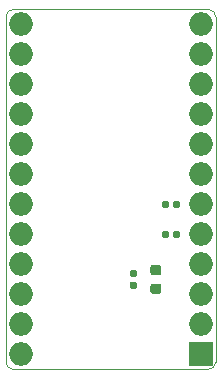
<source format=gbr>
%TF.GenerationSoftware,KiCad,Pcbnew,5.1.7+dfsg1-1~bpo10+1*%
%TF.CreationDate,Date%
%TF.ProjectId,ProMicro_TEST,50726f4d-6963-4726-9f5f-544553542e6b,v1.0*%
%TF.SameCoordinates,Original*%
%TF.FileFunction,Soldermask,Bot*%
%TF.FilePolarity,Negative*%
%FSLAX45Y45*%
G04 Gerber Fmt 4.5, Leading zero omitted, Abs format (unit mm)*
G04 Created by KiCad*
%MOMM*%
%LPD*%
G01*
G04 APERTURE LIST*
%TA.AperFunction,Profile*%
%ADD10C,0.100000*%
%TD*%
%ADD11R,2.000000X2.000000*%
%ADD12O,2.000000X2.000000*%
G04 APERTURE END LIST*
D10*
X127000Y2857500D02*
X127000Y-63500D01*
X-1651000Y-63500D02*
X-1651000Y2857500D01*
X-1587500Y-127000D02*
G75*
G02*
X-1651000Y-63500I0J63500D01*
G01*
X127000Y-63500D02*
G75*
G02*
X63500Y-127000I-63500J0D01*
G01*
X63500Y2921000D02*
G75*
G02*
X127000Y2857500I0J-63500D01*
G01*
X-1651000Y2857500D02*
G75*
G02*
X-1587500Y2921000I63500J0D01*
G01*
X63500Y-127000D02*
X-1587500Y-127000D01*
X-1587500Y2921000D02*
X63500Y2921000D01*
D11*
X0Y0D03*
D12*
X0Y254000D03*
X0Y508000D03*
X-1524000Y2794000D03*
X0Y762000D03*
X-1524000Y2540000D03*
X0Y1016000D03*
X-1524000Y2286000D03*
X0Y1270000D03*
X-1524000Y2032000D03*
X0Y1524000D03*
X-1524000Y1778000D03*
X0Y1778000D03*
X-1524000Y1524000D03*
X0Y2032000D03*
X-1524000Y1270000D03*
X0Y2286000D03*
X-1524000Y1016000D03*
X0Y2540000D03*
X-1524000Y762000D03*
X0Y2794000D03*
X-1524000Y508000D03*
X-1524000Y254000D03*
X-1524000Y0D03*
G36*
G01*
X-273000Y1033250D02*
X-273000Y998750D01*
G75*
G02*
X-287750Y984000I-14750J0D01*
G01*
X-317250Y984000D01*
G75*
G02*
X-332000Y998750I0J14750D01*
G01*
X-332000Y1033250D01*
G75*
G02*
X-317250Y1048000I14750J0D01*
G01*
X-287750Y1048000D01*
G75*
G02*
X-273000Y1033250I0J-14750D01*
G01*
G37*
G36*
G01*
X-176000Y1033250D02*
X-176000Y998750D01*
G75*
G02*
X-190750Y984000I-14750J0D01*
G01*
X-220250Y984000D01*
G75*
G02*
X-235000Y998750I0J14750D01*
G01*
X-235000Y1033250D01*
G75*
G02*
X-220250Y1048000I14750J0D01*
G01*
X-190750Y1048000D01*
G75*
G02*
X-176000Y1033250I0J-14750D01*
G01*
G37*
G36*
G01*
X-273000Y1287250D02*
X-273000Y1252750D01*
G75*
G02*
X-287750Y1238000I-14750J0D01*
G01*
X-317250Y1238000D01*
G75*
G02*
X-332000Y1252750I0J14750D01*
G01*
X-332000Y1287250D01*
G75*
G02*
X-317250Y1302000I14750J0D01*
G01*
X-287750Y1302000D01*
G75*
G02*
X-273000Y1287250I0J-14750D01*
G01*
G37*
G36*
G01*
X-176000Y1287250D02*
X-176000Y1252750D01*
G75*
G02*
X-190750Y1238000I-14750J0D01*
G01*
X-220250Y1238000D01*
G75*
G02*
X-235000Y1252750I0J14750D01*
G01*
X-235000Y1287250D01*
G75*
G02*
X-220250Y1302000I14750J0D01*
G01*
X-190750Y1302000D01*
G75*
G02*
X-176000Y1287250I0J-14750D01*
G01*
G37*
G36*
G01*
X-406625Y600000D02*
X-355375Y600000D01*
G75*
G02*
X-333500Y578125I0J-21875D01*
G01*
X-333500Y534375D01*
G75*
G02*
X-355375Y512500I-21875J0D01*
G01*
X-406625Y512500D01*
G75*
G02*
X-428500Y534375I0J21875D01*
G01*
X-428500Y578125D01*
G75*
G02*
X-406625Y600000I21875J0D01*
G01*
G37*
G36*
G01*
X-406625Y757500D02*
X-355375Y757500D01*
G75*
G02*
X-333500Y735625I0J-21875D01*
G01*
X-333500Y691875D01*
G75*
G02*
X-355375Y670000I-21875J0D01*
G01*
X-406625Y670000D01*
G75*
G02*
X-428500Y691875I0J21875D01*
G01*
X-428500Y735625D01*
G75*
G02*
X-406625Y757500I21875J0D01*
G01*
G37*
G36*
G01*
X-588750Y616000D02*
X-554250Y616000D01*
G75*
G02*
X-539500Y601250I0J-14750D01*
G01*
X-539500Y571750D01*
G75*
G02*
X-554250Y557000I-14750J0D01*
G01*
X-588750Y557000D01*
G75*
G02*
X-603500Y571750I0J14750D01*
G01*
X-603500Y601250D01*
G75*
G02*
X-588750Y616000I14750J0D01*
G01*
G37*
G36*
G01*
X-588750Y713000D02*
X-554250Y713000D01*
G75*
G02*
X-539500Y698250I0J-14750D01*
G01*
X-539500Y668750D01*
G75*
G02*
X-554250Y654000I-14750J0D01*
G01*
X-588750Y654000D01*
G75*
G02*
X-603500Y668750I0J14750D01*
G01*
X-603500Y698250D01*
G75*
G02*
X-588750Y713000I14750J0D01*
G01*
G37*
M02*

</source>
